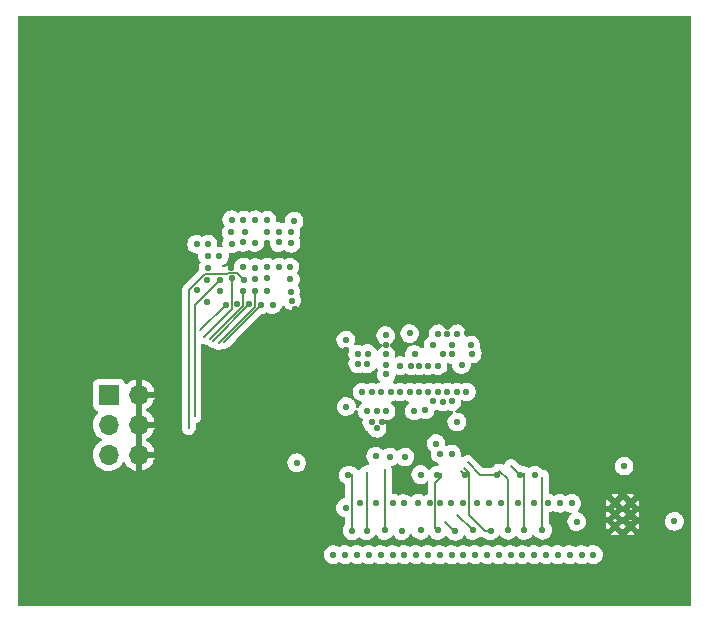
<source format=gbr>
%TF.GenerationSoftware,KiCad,Pcbnew,(5.99.0-3097-g8601b1e63)*%
%TF.CreationDate,2020-09-03T20:39:06+02:00*%
%TF.ProjectId,FD3,4644332e-6b69-4636-9164-5f7063625858,rev?*%
%TF.SameCoordinates,Original*%
%TF.FileFunction,Copper,L4,Inr*%
%TF.FilePolarity,Positive*%
%FSLAX46Y46*%
G04 Gerber Fmt 4.6, Leading zero omitted, Abs format (unit mm)*
G04 Created by KiCad (PCBNEW (5.99.0-3097-g8601b1e63)) date 2020-09-03 20:39:06*
%MOMM*%
%LPD*%
G01*
G04 APERTURE LIST*
%TA.AperFunction,ComponentPad*%
%ADD10R,1.700000X1.700000*%
%TD*%
%TA.AperFunction,ComponentPad*%
%ADD11O,1.700000X1.700000*%
%TD*%
%TA.AperFunction,ComponentPad*%
%ADD12C,0.500000*%
%TD*%
%TA.AperFunction,ViaPad*%
%ADD13C,0.560000*%
%TD*%
%TA.AperFunction,Conductor*%
%ADD14C,0.150000*%
%TD*%
%TA.AperFunction,Conductor*%
%ADD15C,0.160000*%
%TD*%
G04 APERTURE END LIST*
D10*
%TO.N,/fgpa-logic/m0*%
%TO.C,J33*%
X172712500Y-74100000D03*
D11*
%TO.N,GND*%
X175252500Y-74100000D03*
%TO.N,/fgpa-logic/m1*%
X172712500Y-76640000D03*
%TO.N,GND*%
X175252500Y-76640000D03*
%TO.N,/fgpa-logic/m2*%
X172712500Y-79180000D03*
%TO.N,GND*%
X175252500Y-79180000D03*
%TD*%
D12*
%TO.N,GND*%
%TO.C,U10*%
X215580102Y-83225000D03*
X216880102Y-85225000D03*
X216880102Y-84225000D03*
X215580102Y-84225000D03*
X216880102Y-83225000D03*
X215580102Y-85225000D03*
%TD*%
D13*
%TO.N,GND*%
X188480000Y-66790000D03*
X183080000Y-63330000D03*
X176040000Y-60290000D03*
X201380000Y-68930000D03*
X203070000Y-68840000D03*
X187500000Y-79800000D03*
X216721033Y-76275000D03*
X199725000Y-77325000D03*
X192770000Y-70290000D03*
X215596033Y-74575000D03*
X196160000Y-69880000D03*
X216196033Y-75350000D03*
X186100000Y-61200000D03*
X195800000Y-76410000D03*
X190000000Y-54000000D03*
X201300000Y-77300000D03*
X183590000Y-66410000D03*
X175070000Y-61330000D03*
%TO.N,VCCDDR_1.35V*%
X202180000Y-76400000D03*
X196210000Y-72350000D03*
X196180000Y-75460000D03*
X200580000Y-68930000D03*
X185110000Y-64310000D03*
X202180000Y-68930000D03*
X180140000Y-61340000D03*
X196160000Y-69070000D03*
X192820000Y-75090000D03*
X200425000Y-78225000D03*
X198590000Y-70670000D03*
X194980000Y-76420000D03*
X188040000Y-63300000D03*
X192780000Y-69450000D03*
X182110000Y-65290000D03*
X184200000Y-60300000D03*
%TO.N,+5V*%
X220600000Y-84800000D03*
%TO.N,VCCDDR_1.35V_VREF*%
X196800000Y-83275000D03*
X192730102Y-87625000D03*
X194730102Y-87625000D03*
X203730102Y-87625000D03*
X210900000Y-83275000D03*
X197670000Y-83290000D03*
X199900000Y-83275000D03*
X213730102Y-87625000D03*
X200730102Y-87625000D03*
X196730102Y-87625000D03*
X198730102Y-87625000D03*
X192750000Y-83650000D03*
X201730102Y-87625000D03*
X210730102Y-87625000D03*
X195730102Y-87625000D03*
X209900000Y-83275000D03*
X212730102Y-87625000D03*
X208730102Y-87625000D03*
X204875000Y-83275000D03*
X193975000Y-83275000D03*
X199730102Y-87625000D03*
X204730102Y-87625000D03*
X211730102Y-87625000D03*
X195350000Y-83275000D03*
X206730102Y-87625000D03*
X203875000Y-83275000D03*
X208675000Y-83275000D03*
X205730102Y-87625000D03*
X207730102Y-87625000D03*
X205875000Y-83275000D03*
X201675000Y-83275000D03*
X211900000Y-83275000D03*
X198900000Y-83275000D03*
X202730102Y-87625000D03*
X200775000Y-83275000D03*
X209730102Y-87625000D03*
X207350000Y-83275000D03*
X197730102Y-87625000D03*
X191730102Y-87625000D03*
X193730102Y-87625000D03*
X202725000Y-83275000D03*
%TO.N,Net-(R42-Pad1)*%
X212330102Y-84825000D03*
X216330102Y-80125000D03*
%TO.N,DDR_NWE*%
X183110000Y-61310000D03*
X198970000Y-73850000D03*
X193000000Y-80900000D03*
%TO.N,DDR_NRAS*%
X197370000Y-73850000D03*
X180990000Y-66270000D03*
X195300000Y-79300000D03*
%TO.N,DDR_A0*%
X199100000Y-85550000D03*
X200570000Y-73850000D03*
X187100000Y-60270000D03*
%TO.N,DDR_A1*%
X205575000Y-80875000D03*
X200980000Y-70670000D03*
X187090000Y-63280000D03*
%TO.N,DDR_A2*%
X188400000Y-59369999D03*
X201750000Y-79100000D03*
X201370000Y-73850000D03*
%TO.N,DDR_A3*%
X200180000Y-74660000D03*
X200750000Y-79100000D03*
X183110000Y-59280000D03*
%TO.N,DDR_A4*%
X201780000Y-69870000D03*
X206500000Y-85550000D03*
X187100000Y-61190000D03*
%TO.N,DDR_A5*%
X184100000Y-59290000D03*
X200970000Y-74670000D03*
X202050000Y-85650000D03*
%TO.N,DDR_A6*%
X207500000Y-80850000D03*
X201780000Y-70670000D03*
X188130000Y-61260000D03*
%TO.N,DDR_A7*%
X185100000Y-59280000D03*
X203525000Y-85575000D03*
X201780000Y-74660000D03*
%TO.N,DDR_A8*%
X209425000Y-85550000D03*
X203361851Y-69885802D03*
X182070000Y-62330000D03*
%TO.N,DDR_A9*%
X202170000Y-73850000D03*
X186090000Y-60300000D03*
X202825000Y-80875000D03*
%TO.N,DDR_A10*%
X199000000Y-71620000D03*
X186600000Y-66450000D03*
X196475000Y-79350000D03*
%TO.N,DDR_A11*%
X202570000Y-71530000D03*
X207900000Y-85575000D03*
X181070000Y-62330000D03*
%TO.N,DDR_A12*%
X188100000Y-65350000D03*
X199125000Y-80850000D03*
X200590000Y-71620000D03*
%TO.N,DDR_A13*%
X202970000Y-73850000D03*
X205025000Y-85600000D03*
X186110000Y-59310000D03*
%TO.N,DDR_A14*%
X188140000Y-60280000D03*
X203475000Y-70625000D03*
X203475000Y-70625000D03*
X208750000Y-80900000D03*
%TO.N,DDR_A15*%
X199760000Y-71620000D03*
X188200000Y-66110000D03*
X196075000Y-85575000D03*
%TO.N,DDR_ODT*%
X195425000Y-76925000D03*
X184130000Y-64340000D03*
X188625000Y-79850000D03*
%TO.N,DDR_CKE*%
X198180000Y-68900000D03*
X193300000Y-85600000D03*
%TO.N,DDR_NCS*%
X181110000Y-61330000D03*
X197775000Y-79350000D03*
X198580000Y-75460000D03*
%TO.N,DDR_NCAS*%
X181100000Y-63380000D03*
X194550000Y-85600000D03*
X198170000Y-73850000D03*
%TO.N,DDR_DQ5*%
X196180000Y-70680000D03*
X185070000Y-65330000D03*
%TO.N,DDR_DQ6*%
X182100000Y-64340000D03*
X195380000Y-75460000D03*
%TO.N,DDR_DQ0*%
X184070000Y-65290000D03*
X194170000Y-73850000D03*
%TO.N,DDR_DQ3*%
X194640000Y-70610000D03*
X186110000Y-65310000D03*
%TO.N,DDR_BA1*%
X185120000Y-63320000D03*
X200160000Y-69870000D03*
X197500000Y-85600000D03*
%TO.N,DDR_DQ4*%
X183100000Y-64200000D03*
X196570000Y-73850000D03*
%TO.N,DDR_BA2*%
X200525000Y-80900000D03*
X184100000Y-63270000D03*
X199770000Y-73850000D03*
%TO.N,DDR_DQ2*%
X194580000Y-75460000D03*
X182610000Y-66450000D03*
%TO.N,DDR_DQ1*%
X194610000Y-71460000D03*
X185600000Y-66460000D03*
%TO.N,DDR_DQ7*%
X196190000Y-71560000D03*
X184600000Y-66440000D03*
%TO.N,DDR_BA0*%
X188080000Y-64330000D03*
X199480000Y-75370000D03*
X200550000Y-85575000D03*
%TO.N,DDR_CK_P*%
X184100000Y-61190000D03*
X197370000Y-71630000D03*
%TO.N,DDR_CK_N*%
X198320000Y-71620000D03*
X185100000Y-61200000D03*
%TO.N,DDR_DQS_P*%
X181050000Y-64340000D03*
X194970000Y-73850000D03*
%TO.N,DDR_DQS_N*%
X195770000Y-73850000D03*
X180200000Y-65260000D03*
%TO.N,Net-(U11-PadU6)*%
X183060000Y-60350000D03*
%TO.N,DDR_TDQS_N*%
X193790000Y-71460000D03*
X186090000Y-64220000D03*
%TO.N,DDR_TDQS_P*%
X186110000Y-63300000D03*
X193780000Y-70660000D03*
%TD*%
D14*
%TO.N,DDR_A1*%
X203100000Y-79800000D02*
X204175000Y-80875000D01*
X204175000Y-80875000D02*
X205575000Y-80875000D01*
%TO.N,DDR_A4*%
X206500000Y-85550000D02*
X206500000Y-81259798D01*
X206500000Y-81259798D02*
X205750201Y-80509999D01*
D15*
%TO.N,DDR_A5*%
X202025000Y-85675000D02*
X201175000Y-84825000D01*
D14*
%TO.N,DDR_A6*%
X206775000Y-80125000D02*
X207500000Y-80850000D01*
D15*
%TO.N,DDR_A7*%
X203525000Y-85575000D02*
X202200000Y-84250000D01*
D14*
%TO.N,DDR_A8*%
X209425000Y-81056998D02*
X209425000Y-85550000D01*
D15*
%TO.N,DDR_A9*%
X202825000Y-80875000D02*
X202530001Y-80580001D01*
D14*
%TO.N,DDR_A11*%
X207900000Y-80739398D02*
X207900000Y-85575000D01*
%TO.N,DDR_A12*%
X199125000Y-80850000D02*
X199000000Y-80725000D01*
D15*
%TO.N,DDR_A13*%
X203175001Y-80706999D02*
X202790011Y-80322009D01*
X205025000Y-85600000D02*
X204525000Y-85600000D01*
X203175001Y-84250001D02*
X203175001Y-80706999D01*
X204525000Y-85600000D02*
X203175001Y-84250001D01*
D14*
%TO.N,DDR_A15*%
X196075000Y-85575000D02*
X196075000Y-80375000D01*
%TO.N,DDR_ODT*%
X179475000Y-65241598D02*
X180831599Y-63884999D01*
X182748999Y-63884999D02*
X182883999Y-63749999D01*
X183539999Y-63749999D02*
X184130000Y-64340000D01*
X179475000Y-76925000D02*
X179475000Y-65241598D01*
X180831599Y-63884999D02*
X182748999Y-63884999D01*
X182883999Y-63749999D02*
X183539999Y-63749999D01*
D15*
%TO.N,DDR_CKE*%
X193300000Y-85575000D02*
X193300000Y-85600000D01*
X193300000Y-80781998D02*
X193300000Y-85575000D01*
%TO.N,DDR_NCAS*%
X194550000Y-80650000D02*
X194550000Y-85600000D01*
D14*
%TO.N,DDR_DQ5*%
X185070000Y-65330000D02*
X185070000Y-66636002D01*
X185070000Y-66636002D02*
X182000000Y-69706002D01*
%TO.N,DDR_DQ6*%
X179970000Y-66470000D02*
X179970000Y-75930000D01*
X182100000Y-64340000D02*
X179970000Y-66470000D01*
%TO.N,DDR_DQ0*%
X184070000Y-66603402D02*
X181283402Y-69390000D01*
X184070000Y-65290000D02*
X184070000Y-66603402D01*
%TO.N,DDR_DQ4*%
X183100000Y-66840000D02*
X180730000Y-69210000D01*
X183100000Y-64200000D02*
X183100000Y-66840000D01*
%TO.N,DDR_DQ2*%
X182610000Y-66450000D02*
X180440000Y-68620000D01*
%TO.N,DDR_DQ1*%
X182470000Y-69590000D02*
X185600000Y-66460000D01*
%TO.N,DDR_DQ7*%
X184600000Y-66440000D02*
X181528412Y-69511588D01*
%TO.N,DDR_BA0*%
X200350000Y-81585602D02*
X200350000Y-85375000D01*
X200870001Y-80734399D02*
X200870001Y-81065601D01*
X200870001Y-81065601D02*
X200350000Y-81585602D01*
X200350000Y-85375000D02*
X200550000Y-85575000D01*
%TD*%
%TA.AperFunction,Conductor*%
%TO.N,GND*%
G36*
X222000000Y-92000000D02*
G01*
X165000000Y-92000000D01*
X165000000Y-87616661D01*
X190933728Y-87616661D01*
X190960821Y-87831126D01*
X190960822Y-87831128D01*
X191044592Y-88030409D01*
X191178867Y-88199822D01*
X191353755Y-88326885D01*
X191556369Y-88402237D01*
X191771783Y-88420326D01*
X191984127Y-88379819D01*
X192177755Y-88283701D01*
X192247003Y-88249326D01*
X192353756Y-88326886D01*
X192556367Y-88402237D01*
X192771783Y-88420326D01*
X192984127Y-88379819D01*
X193177755Y-88283701D01*
X193247003Y-88249326D01*
X193353756Y-88326886D01*
X193556367Y-88402237D01*
X193771783Y-88420326D01*
X193984127Y-88379819D01*
X194177755Y-88283701D01*
X194247003Y-88249326D01*
X194353756Y-88326886D01*
X194556367Y-88402237D01*
X194771783Y-88420326D01*
X194984127Y-88379819D01*
X195177755Y-88283701D01*
X195247003Y-88249326D01*
X195353756Y-88326886D01*
X195556367Y-88402237D01*
X195771783Y-88420326D01*
X195984127Y-88379819D01*
X196177755Y-88283701D01*
X196247003Y-88249326D01*
X196353756Y-88326886D01*
X196556367Y-88402237D01*
X196771783Y-88420326D01*
X196984127Y-88379819D01*
X197177755Y-88283701D01*
X197247003Y-88249326D01*
X197353756Y-88326886D01*
X197556367Y-88402237D01*
X197771783Y-88420326D01*
X197984127Y-88379819D01*
X198177755Y-88283701D01*
X198247003Y-88249326D01*
X198353756Y-88326886D01*
X198556367Y-88402237D01*
X198771783Y-88420326D01*
X198984127Y-88379819D01*
X199177755Y-88283701D01*
X199247003Y-88249326D01*
X199353756Y-88326886D01*
X199556367Y-88402237D01*
X199771783Y-88420326D01*
X199984127Y-88379819D01*
X200177755Y-88283701D01*
X200247003Y-88249326D01*
X200353756Y-88326886D01*
X200556367Y-88402237D01*
X200771783Y-88420326D01*
X200984127Y-88379819D01*
X201177755Y-88283701D01*
X201247003Y-88249326D01*
X201353756Y-88326886D01*
X201556367Y-88402237D01*
X201771783Y-88420326D01*
X201984127Y-88379819D01*
X202177755Y-88283701D01*
X202247003Y-88249326D01*
X202353756Y-88326886D01*
X202556367Y-88402237D01*
X202771783Y-88420326D01*
X202984127Y-88379819D01*
X203177755Y-88283701D01*
X203247003Y-88249326D01*
X203353756Y-88326886D01*
X203556367Y-88402237D01*
X203771783Y-88420326D01*
X203984127Y-88379819D01*
X204177755Y-88283701D01*
X204247003Y-88249326D01*
X204353756Y-88326886D01*
X204556367Y-88402237D01*
X204771783Y-88420326D01*
X204984127Y-88379819D01*
X205177755Y-88283701D01*
X205247003Y-88249326D01*
X205353756Y-88326886D01*
X205556367Y-88402237D01*
X205771783Y-88420326D01*
X205984127Y-88379819D01*
X206177755Y-88283701D01*
X206247003Y-88249326D01*
X206353756Y-88326886D01*
X206556367Y-88402237D01*
X206771783Y-88420326D01*
X206984127Y-88379819D01*
X207177755Y-88283701D01*
X207247003Y-88249326D01*
X207353756Y-88326886D01*
X207556367Y-88402237D01*
X207771783Y-88420326D01*
X207984127Y-88379819D01*
X208177755Y-88283701D01*
X208247003Y-88249326D01*
X208353756Y-88326886D01*
X208556367Y-88402237D01*
X208771783Y-88420326D01*
X208984127Y-88379819D01*
X209177755Y-88283701D01*
X209247003Y-88249326D01*
X209353756Y-88326886D01*
X209556367Y-88402237D01*
X209771783Y-88420326D01*
X209984127Y-88379819D01*
X210177755Y-88283701D01*
X210247003Y-88249326D01*
X210353756Y-88326886D01*
X210556367Y-88402237D01*
X210771783Y-88420326D01*
X210984127Y-88379819D01*
X211177755Y-88283701D01*
X211247003Y-88249326D01*
X211353756Y-88326886D01*
X211556367Y-88402237D01*
X211771783Y-88420326D01*
X211984127Y-88379819D01*
X212177755Y-88283701D01*
X212247003Y-88249326D01*
X212353756Y-88326886D01*
X212556367Y-88402237D01*
X212771783Y-88420326D01*
X212984127Y-88379819D01*
X213177755Y-88283701D01*
X213247003Y-88249326D01*
X213353756Y-88326886D01*
X213556367Y-88402237D01*
X213771783Y-88420326D01*
X213984125Y-88379820D01*
X213985507Y-88379134D01*
X214177755Y-88283701D01*
X214338402Y-88139053D01*
X214454233Y-87956533D01*
X214516714Y-87749587D01*
X214519150Y-87516914D01*
X214519150Y-87516913D01*
X214461018Y-87308706D01*
X214349034Y-87123799D01*
X214191451Y-86975818D01*
X213999879Y-86875667D01*
X213788430Y-86830722D01*
X213788426Y-86830722D01*
X213572684Y-86844294D01*
X213368536Y-86915387D01*
X213242892Y-87002711D01*
X213191452Y-86975819D01*
X213191451Y-86975818D01*
X212999879Y-86875667D01*
X212788430Y-86830722D01*
X212788426Y-86830722D01*
X212572684Y-86844294D01*
X212368536Y-86915387D01*
X212242892Y-87002711D01*
X212191452Y-86975819D01*
X212191451Y-86975818D01*
X211999879Y-86875667D01*
X211788430Y-86830722D01*
X211788426Y-86830722D01*
X211572684Y-86844294D01*
X211368536Y-86915387D01*
X211242892Y-87002711D01*
X211191452Y-86975819D01*
X211191451Y-86975818D01*
X210999879Y-86875667D01*
X210788430Y-86830722D01*
X210788426Y-86830722D01*
X210572684Y-86844294D01*
X210368536Y-86915387D01*
X210242892Y-87002711D01*
X210191452Y-86975819D01*
X210191451Y-86975818D01*
X209999879Y-86875667D01*
X209788430Y-86830722D01*
X209788426Y-86830722D01*
X209572684Y-86844294D01*
X209368536Y-86915387D01*
X209242892Y-87002711D01*
X209191452Y-86975819D01*
X209191451Y-86975818D01*
X208999879Y-86875667D01*
X208788430Y-86830722D01*
X208788426Y-86830722D01*
X208572684Y-86844294D01*
X208368536Y-86915387D01*
X208242892Y-87002711D01*
X208191452Y-86975819D01*
X208191451Y-86975818D01*
X207999879Y-86875667D01*
X207788430Y-86830722D01*
X207788426Y-86830722D01*
X207572684Y-86844294D01*
X207368536Y-86915387D01*
X207242892Y-87002711D01*
X207191452Y-86975819D01*
X207191451Y-86975818D01*
X206999879Y-86875667D01*
X206788430Y-86830722D01*
X206788426Y-86830722D01*
X206572684Y-86844294D01*
X206368536Y-86915387D01*
X206242892Y-87002711D01*
X206191452Y-86975819D01*
X206191451Y-86975818D01*
X205999879Y-86875667D01*
X205788430Y-86830722D01*
X205788426Y-86830722D01*
X205572684Y-86844294D01*
X205368536Y-86915387D01*
X205242892Y-87002711D01*
X205191452Y-86975819D01*
X205191451Y-86975818D01*
X204999879Y-86875667D01*
X204788430Y-86830722D01*
X204788426Y-86830722D01*
X204572684Y-86844294D01*
X204368536Y-86915387D01*
X204242892Y-87002711D01*
X204191452Y-86975819D01*
X204191451Y-86975818D01*
X203999879Y-86875667D01*
X203788430Y-86830722D01*
X203788426Y-86830722D01*
X203572684Y-86844294D01*
X203368536Y-86915387D01*
X203242892Y-87002711D01*
X203191452Y-86975819D01*
X203191451Y-86975818D01*
X202999879Y-86875667D01*
X202788430Y-86830722D01*
X202788426Y-86830722D01*
X202572684Y-86844294D01*
X202368536Y-86915387D01*
X202242892Y-87002711D01*
X202191452Y-86975819D01*
X202191451Y-86975818D01*
X201999879Y-86875667D01*
X201788430Y-86830722D01*
X201788426Y-86830722D01*
X201572684Y-86844294D01*
X201368536Y-86915387D01*
X201242892Y-87002711D01*
X201191452Y-86975819D01*
X201191451Y-86975818D01*
X200999879Y-86875667D01*
X200788430Y-86830722D01*
X200788426Y-86830722D01*
X200572684Y-86844294D01*
X200368536Y-86915387D01*
X200242892Y-87002711D01*
X200191452Y-86975819D01*
X200191451Y-86975818D01*
X199999879Y-86875667D01*
X199788430Y-86830722D01*
X199788426Y-86830722D01*
X199572684Y-86844294D01*
X199368536Y-86915387D01*
X199242892Y-87002711D01*
X199191452Y-86975819D01*
X199191451Y-86975818D01*
X198999879Y-86875667D01*
X198788430Y-86830722D01*
X198788426Y-86830722D01*
X198572684Y-86844294D01*
X198368536Y-86915387D01*
X198242892Y-87002711D01*
X198191452Y-86975819D01*
X198191451Y-86975818D01*
X197999879Y-86875667D01*
X197788430Y-86830722D01*
X197788426Y-86830722D01*
X197572684Y-86844294D01*
X197368536Y-86915387D01*
X197242892Y-87002711D01*
X197191452Y-86975819D01*
X197191451Y-86975818D01*
X196999879Y-86875667D01*
X196788430Y-86830722D01*
X196788426Y-86830722D01*
X196572684Y-86844294D01*
X196368536Y-86915387D01*
X196242892Y-87002711D01*
X196191452Y-86975819D01*
X196191451Y-86975818D01*
X195999879Y-86875667D01*
X195788430Y-86830722D01*
X195788426Y-86830722D01*
X195572684Y-86844294D01*
X195368536Y-86915387D01*
X195242892Y-87002711D01*
X195191452Y-86975819D01*
X195191451Y-86975818D01*
X194999879Y-86875667D01*
X194788430Y-86830722D01*
X194788426Y-86830722D01*
X194572684Y-86844294D01*
X194368536Y-86915387D01*
X194242892Y-87002711D01*
X194191452Y-86975819D01*
X194191451Y-86975818D01*
X193999879Y-86875667D01*
X193788430Y-86830722D01*
X193788426Y-86830722D01*
X193572684Y-86844294D01*
X193368536Y-86915387D01*
X193242892Y-87002711D01*
X193191452Y-86975819D01*
X193191451Y-86975818D01*
X192999879Y-86875667D01*
X192788430Y-86830722D01*
X192788426Y-86830722D01*
X192572684Y-86844294D01*
X192368536Y-86915387D01*
X192242892Y-87002711D01*
X192191452Y-86975819D01*
X192191451Y-86975818D01*
X191999879Y-86875667D01*
X191788430Y-86830722D01*
X191788426Y-86830722D01*
X191572684Y-86844294D01*
X191368538Y-86915386D01*
X191368537Y-86915387D01*
X191368536Y-86915387D01*
X191191026Y-87038760D01*
X191120676Y-87123799D01*
X191053231Y-87205326D01*
X190965308Y-87402808D01*
X190933728Y-87616661D01*
X165000000Y-87616661D01*
X165000000Y-83641661D01*
X191953626Y-83641661D01*
X191980719Y-83856126D01*
X191980720Y-83856128D01*
X192064490Y-84055409D01*
X192198765Y-84224822D01*
X192373653Y-84351885D01*
X192517345Y-84405324D01*
X192576267Y-84427237D01*
X192711001Y-84438551D01*
X192711001Y-85074107D01*
X192623131Y-85180322D01*
X192535206Y-85377807D01*
X192503626Y-85591661D01*
X192530719Y-85806126D01*
X192530720Y-85806128D01*
X192614490Y-86005409D01*
X192748765Y-86174822D01*
X192923653Y-86301885D01*
X193065990Y-86354820D01*
X193126267Y-86377237D01*
X193341681Y-86395326D01*
X193554023Y-86354820D01*
X193609588Y-86327237D01*
X193747653Y-86258701D01*
X193803184Y-86208700D01*
X193911347Y-86111310D01*
X193998765Y-86174822D01*
X194173653Y-86301885D01*
X194315990Y-86354820D01*
X194376267Y-86377237D01*
X194591681Y-86395326D01*
X194804023Y-86354820D01*
X194859588Y-86327237D01*
X194997653Y-86258701D01*
X195158300Y-86114053D01*
X195190032Y-86064052D01*
X195308202Y-85877848D01*
X195389489Y-85980407D01*
X195389490Y-85980409D01*
X195523765Y-86149822D01*
X195698653Y-86276885D01*
X195901267Y-86352237D01*
X196116681Y-86370326D01*
X196329023Y-86329820D01*
X196334226Y-86327237D01*
X196522653Y-86233701D01*
X196683300Y-86089053D01*
X196699167Y-86064051D01*
X196771114Y-85950682D01*
X196814490Y-86005409D01*
X196948765Y-86174822D01*
X197123653Y-86301885D01*
X197265990Y-86354820D01*
X197326267Y-86377237D01*
X197541681Y-86395326D01*
X197754023Y-86354820D01*
X197809588Y-86327237D01*
X197947653Y-86258701D01*
X198108300Y-86114053D01*
X198140032Y-86064052D01*
X198300362Y-85811415D01*
X198414490Y-85955409D01*
X198548765Y-86124822D01*
X198723653Y-86251885D01*
X198865990Y-86304820D01*
X198926267Y-86327237D01*
X199141681Y-86345326D01*
X199354023Y-86304820D01*
X199359935Y-86301885D01*
X199547653Y-86208701D01*
X199708300Y-86064053D01*
X199708301Y-86064052D01*
X199807232Y-85908166D01*
X199864489Y-85980406D01*
X199864490Y-85980409D01*
X199998765Y-86149822D01*
X200173653Y-86276885D01*
X200315990Y-86329820D01*
X200376267Y-86352237D01*
X200591681Y-86370326D01*
X200804023Y-86329820D01*
X200809226Y-86327237D01*
X200997653Y-86233701D01*
X201158300Y-86089053D01*
X201174167Y-86064051D01*
X201261842Y-85925899D01*
X201364490Y-86055409D01*
X201498765Y-86224822D01*
X201673653Y-86351885D01*
X201815990Y-86404820D01*
X201876267Y-86427237D01*
X202091681Y-86445326D01*
X202304023Y-86404820D01*
X202359588Y-86377237D01*
X202497653Y-86308701D01*
X202658300Y-86164053D01*
X202667332Y-86149822D01*
X202696565Y-86103757D01*
X202774131Y-85981533D01*
X202774132Y-85981531D01*
X202803589Y-85935113D01*
X202839490Y-85980409D01*
X202973765Y-86149822D01*
X203148653Y-86276885D01*
X203290990Y-86329820D01*
X203351267Y-86352237D01*
X203566681Y-86370326D01*
X203779023Y-86329820D01*
X203784226Y-86327237D01*
X203972653Y-86233701D01*
X204133300Y-86089053D01*
X204158444Y-86066414D01*
X204174480Y-86082450D01*
X204216294Y-86103756D01*
X204234756Y-86117168D01*
X204254267Y-86131344D01*
X204254268Y-86131344D01*
X204254269Y-86131345D01*
X204298904Y-86145847D01*
X204340720Y-86167154D01*
X204387081Y-86174498D01*
X204431711Y-86188998D01*
X204478638Y-86188998D01*
X204478651Y-86189000D01*
X204493279Y-86189000D01*
X204648653Y-86301885D01*
X204851267Y-86377237D01*
X205066681Y-86395326D01*
X205279023Y-86354820D01*
X205334588Y-86327237D01*
X205472653Y-86258701D01*
X205633300Y-86114053D01*
X205665033Y-86064051D01*
X205733979Y-85955409D01*
X205749131Y-85931533D01*
X205749131Y-85931532D01*
X205769778Y-85898998D01*
X205940229Y-86114052D01*
X205948765Y-86124822D01*
X206123653Y-86251885D01*
X206265990Y-86304820D01*
X206326267Y-86327237D01*
X206541681Y-86345326D01*
X206754023Y-86304820D01*
X206759935Y-86301885D01*
X206947653Y-86208701D01*
X207108300Y-86064053D01*
X207108301Y-86064052D01*
X207208954Y-85973423D01*
X207214489Y-85980406D01*
X207214490Y-85980409D01*
X207348765Y-86149822D01*
X207523653Y-86276885D01*
X207726267Y-86352237D01*
X207941681Y-86370326D01*
X208154023Y-86329820D01*
X208159226Y-86327237D01*
X208347653Y-86233701D01*
X208508300Y-86089053D01*
X208524167Y-86064051D01*
X208658202Y-85852848D01*
X208739489Y-85955407D01*
X208739490Y-85955409D01*
X208873765Y-86124822D01*
X209048653Y-86251885D01*
X209190990Y-86304820D01*
X209251267Y-86327237D01*
X209466681Y-86345326D01*
X209679023Y-86304820D01*
X209684935Y-86301885D01*
X209872653Y-86208701D01*
X210033300Y-86064053D01*
X210131206Y-85909778D01*
X215248876Y-85909778D01*
X215270306Y-85922452D01*
X215439063Y-85975014D01*
X215615386Y-85987344D01*
X215789816Y-85958780D01*
X215907537Y-85909778D01*
X216548876Y-85909778D01*
X216570306Y-85922452D01*
X216739063Y-85975014D01*
X216915386Y-85987344D01*
X217089816Y-85958780D01*
X217210214Y-85908664D01*
X216880102Y-85578552D01*
X216548876Y-85909778D01*
X215907537Y-85909778D01*
X215910214Y-85908664D01*
X215580102Y-85578552D01*
X215248876Y-85909778D01*
X210131206Y-85909778D01*
X210149131Y-85881533D01*
X210211612Y-85674587D01*
X210214048Y-85441914D01*
X210202296Y-85399822D01*
X210155916Y-85233706D01*
X210043934Y-85048802D01*
X210043932Y-85048799D01*
X210009000Y-85015996D01*
X210009000Y-84057484D01*
X210154025Y-84029819D01*
X210347653Y-83933701D01*
X210416901Y-83899326D01*
X210523654Y-83976886D01*
X210726265Y-84052237D01*
X210941681Y-84070326D01*
X211154025Y-84029819D01*
X211347653Y-83933701D01*
X211416901Y-83899326D01*
X211523653Y-83976885D01*
X211893790Y-84114540D01*
X211791026Y-84238760D01*
X211764069Y-84271346D01*
X211653232Y-84405324D01*
X211643476Y-84427237D01*
X211576439Y-84577808D01*
X211565308Y-84602808D01*
X211533728Y-84816661D01*
X211560821Y-85031126D01*
X211568250Y-85048799D01*
X211644592Y-85230409D01*
X211778867Y-85399822D01*
X211953755Y-85526885D01*
X212156369Y-85602237D01*
X212371783Y-85620326D01*
X212584125Y-85579820D01*
X212634489Y-85554819D01*
X212777755Y-85483701D01*
X212938402Y-85339053D01*
X213014585Y-85219007D01*
X214816966Y-85219007D01*
X214836054Y-85394724D01*
X214893789Y-85557761D01*
X215226550Y-85225000D01*
X215933654Y-85225000D01*
X216230102Y-85521448D01*
X216526550Y-85225000D01*
X217233654Y-85225000D01*
X217563158Y-85554504D01*
X217593286Y-85496628D01*
X217636646Y-85325273D01*
X217638128Y-85136622D01*
X217597466Y-84964612D01*
X217562957Y-84895698D01*
X217233654Y-85225000D01*
X216526550Y-85225000D01*
X216230102Y-84928552D01*
X215933654Y-85225000D01*
X215226550Y-85225000D01*
X214894749Y-84893200D01*
X214838813Y-85043609D01*
X214816966Y-85219007D01*
X213014585Y-85219007D01*
X213054233Y-85156533D01*
X213079211Y-85073802D01*
X213116714Y-84949588D01*
X213119065Y-84725000D01*
X215433654Y-84725000D01*
X215580102Y-84871448D01*
X215726550Y-84725000D01*
X216733654Y-84725000D01*
X216880102Y-84871448D01*
X216959889Y-84791661D01*
X219803626Y-84791661D01*
X219830719Y-85006126D01*
X219830720Y-85006128D01*
X219914490Y-85205409D01*
X220048765Y-85374822D01*
X220223653Y-85501885D01*
X220365990Y-85554820D01*
X220426267Y-85577237D01*
X220641681Y-85595326D01*
X220854023Y-85554820D01*
X220855405Y-85554134D01*
X221047653Y-85458701D01*
X221208300Y-85314053D01*
X221324131Y-85131533D01*
X221354446Y-85031126D01*
X221386612Y-84924588D01*
X221389048Y-84691913D01*
X221330916Y-84483706D01*
X221218932Y-84298799D01*
X221154997Y-84238760D01*
X221061349Y-84150818D01*
X220869777Y-84050667D01*
X220658328Y-84005722D01*
X220658324Y-84005722D01*
X220442582Y-84019294D01*
X220238436Y-84090386D01*
X220238435Y-84090387D01*
X220238434Y-84090387D01*
X220060924Y-84213760D01*
X219926922Y-84375741D01*
X219923129Y-84380326D01*
X219897206Y-84438551D01*
X219844132Y-84557760D01*
X219835206Y-84577808D01*
X219803626Y-84791661D01*
X216959889Y-84791661D01*
X217026550Y-84725000D01*
X216880102Y-84578552D01*
X216733654Y-84725000D01*
X215726550Y-84725000D01*
X215580102Y-84578552D01*
X215433654Y-84725000D01*
X213119065Y-84725000D01*
X213119150Y-84716913D01*
X213061018Y-84508706D01*
X212949034Y-84323799D01*
X212867802Y-84247517D01*
X212837443Y-84219007D01*
X214816966Y-84219007D01*
X214836054Y-84394724D01*
X214893789Y-84557760D01*
X215226550Y-84225000D01*
X215933654Y-84225000D01*
X216230102Y-84521448D01*
X216526550Y-84225000D01*
X217233654Y-84225000D01*
X217563158Y-84554503D01*
X217593286Y-84496628D01*
X217636646Y-84325273D01*
X217638128Y-84136622D01*
X217597466Y-83964612D01*
X217562957Y-83895698D01*
X217233654Y-84225000D01*
X216526550Y-84225000D01*
X216230102Y-83928552D01*
X215933654Y-84225000D01*
X215226550Y-84225000D01*
X214894749Y-83893200D01*
X214838813Y-84043609D01*
X214816966Y-84219007D01*
X212837443Y-84219007D01*
X212791451Y-84175818D01*
X212599879Y-84075667D01*
X212510150Y-84056594D01*
X212447677Y-84022866D01*
X212413356Y-83960717D01*
X212418084Y-83889878D01*
X212452038Y-83839712D01*
X212508300Y-83789053D01*
X212548949Y-83725000D01*
X215433654Y-83725000D01*
X215580102Y-83871448D01*
X215726550Y-83725000D01*
X216733654Y-83725000D01*
X216880102Y-83871448D01*
X217026550Y-83725000D01*
X216880102Y-83578552D01*
X216733654Y-83725000D01*
X215726550Y-83725000D01*
X215580102Y-83578552D01*
X215433654Y-83725000D01*
X212548949Y-83725000D01*
X212624131Y-83606533D01*
X212686612Y-83399588D01*
X212688502Y-83219007D01*
X214816966Y-83219007D01*
X214836054Y-83394724D01*
X214893789Y-83557760D01*
X215226550Y-83225000D01*
X215933654Y-83225000D01*
X216230102Y-83521448D01*
X216526550Y-83225000D01*
X217233654Y-83225000D01*
X217563158Y-83554503D01*
X217593286Y-83496628D01*
X217636646Y-83325273D01*
X217638128Y-83136622D01*
X217597466Y-82964613D01*
X217562956Y-82895698D01*
X217233654Y-83225000D01*
X216526550Y-83225000D01*
X216230102Y-82928552D01*
X215933654Y-83225000D01*
X215226550Y-83225000D01*
X214894750Y-82893200D01*
X214838813Y-83043609D01*
X214816966Y-83219007D01*
X212688502Y-83219007D01*
X212689048Y-83166913D01*
X212630916Y-82958706D01*
X212518932Y-82773799D01*
X212428376Y-82688761D01*
X212361349Y-82625818D01*
X212198885Y-82540884D01*
X215249538Y-82540884D01*
X215580102Y-82871448D01*
X215909783Y-82541767D01*
X215907753Y-82540884D01*
X216549538Y-82540884D01*
X216880102Y-82871448D01*
X217209783Y-82541767D01*
X217101318Y-82494606D01*
X216927357Y-82463304D01*
X216750861Y-82472864D01*
X216581298Y-82522768D01*
X216549538Y-82540884D01*
X215907753Y-82540884D01*
X215801318Y-82494606D01*
X215627357Y-82463304D01*
X215450861Y-82472864D01*
X215281298Y-82522768D01*
X215249538Y-82540884D01*
X212198885Y-82540884D01*
X212169777Y-82525667D01*
X211958328Y-82480722D01*
X211958324Y-82480722D01*
X211742582Y-82494294D01*
X211538434Y-82565387D01*
X211412790Y-82652711D01*
X211361350Y-82625819D01*
X211361349Y-82625818D01*
X211169777Y-82525667D01*
X210958328Y-82480722D01*
X210958324Y-82480722D01*
X210742582Y-82494294D01*
X210538434Y-82565387D01*
X210412790Y-82652711D01*
X210361350Y-82625819D01*
X210361349Y-82625818D01*
X210169777Y-82525667D01*
X210009000Y-82491493D01*
X210009000Y-81011040D01*
X209987340Y-80874283D01*
X209903355Y-80709453D01*
X209772545Y-80578643D01*
X209607714Y-80494658D01*
X209407811Y-80462996D01*
X209368932Y-80398799D01*
X209211349Y-80250818D01*
X209019777Y-80150667D01*
X208859792Y-80116661D01*
X215533728Y-80116661D01*
X215560821Y-80331126D01*
X215560928Y-80331381D01*
X215644592Y-80530409D01*
X215778867Y-80699822D01*
X215953755Y-80826885D01*
X216096092Y-80879820D01*
X216156369Y-80902237D01*
X216371783Y-80920326D01*
X216584125Y-80879820D01*
X216642724Y-80850731D01*
X216777755Y-80783701D01*
X216938402Y-80639053D01*
X217054233Y-80456533D01*
X217071664Y-80398798D01*
X217116714Y-80249588D01*
X217119150Y-80016913D01*
X217061018Y-79808706D01*
X216949034Y-79623799D01*
X216921739Y-79598167D01*
X216791451Y-79475818D01*
X216599879Y-79375667D01*
X216388430Y-79330722D01*
X216388426Y-79330722D01*
X216172684Y-79344294D01*
X215968538Y-79415386D01*
X215968537Y-79415387D01*
X215968536Y-79415387D01*
X215791026Y-79538760D01*
X215672914Y-79681533D01*
X215653231Y-79705326D01*
X215627321Y-79763523D01*
X215566410Y-79900333D01*
X215565308Y-79902808D01*
X215533728Y-80116661D01*
X208859792Y-80116661D01*
X208808328Y-80105722D01*
X208808324Y-80105722D01*
X208592582Y-80119294D01*
X208413859Y-80181533D01*
X208388434Y-80190387D01*
X208270180Y-80272577D01*
X208247545Y-80261044D01*
X208247544Y-80261043D01*
X208082714Y-80177058D01*
X207899996Y-80148118D01*
X207869717Y-80152913D01*
X207769779Y-80100668D01*
X207769777Y-80100667D01*
X207558328Y-80055722D01*
X207524413Y-80048513D01*
X207155456Y-79679555D01*
X207043435Y-79598167D01*
X206867496Y-79541001D01*
X206682504Y-79541001D01*
X206506565Y-79598167D01*
X206356903Y-79706903D01*
X206248167Y-79856565D01*
X206171050Y-80093902D01*
X206130655Y-80064553D01*
X206130654Y-80064552D01*
X206018636Y-79983166D01*
X205842697Y-79926000D01*
X205657705Y-79926000D01*
X205481766Y-79983166D01*
X205352289Y-80077237D01*
X205332104Y-80091902D01*
X205300825Y-80134954D01*
X205213434Y-80165387D01*
X205035924Y-80288760D01*
X205035923Y-80288762D01*
X205032702Y-80291000D01*
X204416900Y-80291000D01*
X203480453Y-79354553D01*
X203368435Y-79273167D01*
X203192496Y-79216001D01*
X203007504Y-79216001D01*
X202831565Y-79273167D01*
X202736515Y-79342225D01*
X202669647Y-79366084D01*
X202600496Y-79350003D01*
X202551015Y-79299089D01*
X202536461Y-79238970D01*
X202536861Y-79200819D01*
X202539048Y-78991914D01*
X202539048Y-78991913D01*
X202480916Y-78783706D01*
X202368932Y-78598799D01*
X202359973Y-78590386D01*
X202211349Y-78450818D01*
X202019777Y-78350667D01*
X201808328Y-78305722D01*
X201808324Y-78305722D01*
X201592582Y-78319294D01*
X201212310Y-78451720D01*
X201211349Y-78450818D01*
X201210556Y-78450404D01*
X201214048Y-78116913D01*
X201155916Y-77908706D01*
X201043932Y-77723799D01*
X200967521Y-77652044D01*
X200886349Y-77575818D01*
X200694777Y-77475667D01*
X200483328Y-77430722D01*
X200483324Y-77430722D01*
X200267582Y-77444294D01*
X200063436Y-77515386D01*
X200063435Y-77515387D01*
X200063434Y-77515387D01*
X199885924Y-77638760D01*
X199748131Y-77805323D01*
X199748129Y-77805326D01*
X199660206Y-78002808D01*
X199628626Y-78216661D01*
X199655719Y-78431126D01*
X199655720Y-78431128D01*
X199739490Y-78630409D01*
X199873765Y-78799822D01*
X199984808Y-78880499D01*
X199976394Y-78937479D01*
X199953626Y-79091661D01*
X199980719Y-79306126D01*
X199996764Y-79344295D01*
X200064490Y-79505409D01*
X200198765Y-79674822D01*
X200373653Y-79801885D01*
X200410408Y-79815554D01*
X200547164Y-79866414D01*
X200604040Y-79908907D01*
X200628913Y-79975403D01*
X200613888Y-80044792D01*
X200563733Y-80095041D01*
X200511154Y-80110262D01*
X200367582Y-80119294D01*
X200163436Y-80190386D01*
X200163435Y-80190387D01*
X200163434Y-80190387D01*
X199992386Y-80309269D01*
X199985923Y-80313761D01*
X199833960Y-80497452D01*
X199743932Y-80348799D01*
X199586349Y-80200818D01*
X199394777Y-80100667D01*
X199183328Y-80055722D01*
X199183324Y-80055722D01*
X198967582Y-80069294D01*
X198763436Y-80140386D01*
X198763435Y-80140387D01*
X198763434Y-80140387D01*
X198585924Y-80263760D01*
X198452682Y-80424822D01*
X198448129Y-80430326D01*
X198410179Y-80515564D01*
X198370441Y-80604820D01*
X198360206Y-80627808D01*
X198328626Y-80841661D01*
X198355719Y-81056126D01*
X198355720Y-81056128D01*
X198439490Y-81255409D01*
X198573765Y-81424822D01*
X198748653Y-81551885D01*
X198913596Y-81613227D01*
X198951267Y-81627237D01*
X199166681Y-81645326D01*
X199379025Y-81604819D01*
X199572653Y-81508701D01*
X199572654Y-81508700D01*
X199766000Y-81412723D01*
X199766000Y-82486139D01*
X199538433Y-82565387D01*
X199412790Y-82652711D01*
X199361350Y-82625819D01*
X199361349Y-82625818D01*
X199169777Y-82525667D01*
X198958328Y-82480722D01*
X198958324Y-82480722D01*
X198742582Y-82494294D01*
X198538436Y-82565386D01*
X198538435Y-82565387D01*
X198538434Y-82565387D01*
X198360924Y-82688760D01*
X198360923Y-82688761D01*
X198282870Y-82783106D01*
X198131349Y-82640818D01*
X197939777Y-82540667D01*
X197728328Y-82495722D01*
X197728324Y-82495722D01*
X197512582Y-82509294D01*
X197308436Y-82580386D01*
X197308435Y-82580387D01*
X197308434Y-82580387D01*
X197250915Y-82620364D01*
X197069777Y-82525667D01*
X196858328Y-82480722D01*
X196858325Y-82480722D01*
X196659000Y-82493262D01*
X196659000Y-80329042D01*
X196637340Y-80192285D01*
X196637339Y-80192283D01*
X196631179Y-80153390D01*
X196729023Y-80104819D01*
X196729025Y-80104819D01*
X196922653Y-80008701D01*
X197083300Y-79864053D01*
X197083301Y-79864052D01*
X197137162Y-79815555D01*
X197223765Y-79924822D01*
X197398653Y-80051885D01*
X197555623Y-80110262D01*
X197601267Y-80127237D01*
X197816681Y-80145326D01*
X198029023Y-80104820D01*
X198048148Y-80095326D01*
X198222653Y-80008701D01*
X198383300Y-79864053D01*
X198499131Y-79681533D01*
X198539550Y-79547659D01*
X198561612Y-79474588D01*
X198564048Y-79241913D01*
X198505916Y-79033706D01*
X198393932Y-78848799D01*
X198236349Y-78700818D01*
X198044777Y-78600667D01*
X197833328Y-78555722D01*
X197833324Y-78555722D01*
X197617582Y-78569294D01*
X197413436Y-78640386D01*
X197413435Y-78640387D01*
X197413434Y-78640387D01*
X197235924Y-78763760D01*
X197206092Y-78799821D01*
X197134251Y-78886661D01*
X197093932Y-78848799D01*
X196936349Y-78700818D01*
X196744777Y-78600667D01*
X196533328Y-78555722D01*
X196533324Y-78555722D01*
X196317582Y-78569294D01*
X196113434Y-78640387D01*
X195904715Y-78785449D01*
X195761349Y-78650818D01*
X195569777Y-78550667D01*
X195358328Y-78505722D01*
X195358324Y-78505722D01*
X195142582Y-78519294D01*
X194938436Y-78590386D01*
X194938435Y-78590387D01*
X194938434Y-78590387D01*
X194760924Y-78713760D01*
X194623131Y-78880323D01*
X194623129Y-78880326D01*
X194597682Y-78937482D01*
X194538997Y-79069294D01*
X194535206Y-79077808D01*
X194503626Y-79291661D01*
X194530719Y-79506126D01*
X194530720Y-79506128D01*
X194614490Y-79705409D01*
X194738654Y-79862065D01*
X194765291Y-79927873D01*
X194752120Y-79997638D01*
X194703323Y-80049206D01*
X194620197Y-80064777D01*
X194550000Y-80053659D01*
X194365720Y-80082846D01*
X194199480Y-80167550D01*
X194067550Y-80299481D01*
X194013004Y-80406534D01*
X194003639Y-80424913D01*
X193954890Y-80476528D01*
X193885976Y-80493594D01*
X193818774Y-80470693D01*
X193796808Y-80445344D01*
X193796562Y-80445590D01*
X193650519Y-80299548D01*
X193484279Y-80214844D01*
X193352660Y-80193997D01*
X193297935Y-80165388D01*
X193269777Y-80150667D01*
X193058328Y-80105722D01*
X193058325Y-80105722D01*
X192842582Y-80119294D01*
X192638436Y-80190386D01*
X192638435Y-80190387D01*
X192638434Y-80190387D01*
X192460924Y-80313760D01*
X192323131Y-80480323D01*
X192323129Y-80480326D01*
X192279356Y-80578643D01*
X192235206Y-80677807D01*
X192231955Y-80699822D01*
X192203626Y-80891661D01*
X192230719Y-81106126D01*
X192233005Y-81111564D01*
X192314490Y-81305409D01*
X192358886Y-81361423D01*
X192448765Y-81474822D01*
X192623654Y-81601886D01*
X192693780Y-81627965D01*
X192711000Y-81634369D01*
X192711000Y-82861845D01*
X192592582Y-82869295D01*
X192592579Y-82869296D01*
X192592578Y-82869296D01*
X192388436Y-82940386D01*
X192388435Y-82940387D01*
X192388434Y-82940387D01*
X192210924Y-83063760D01*
X192077535Y-83225000D01*
X192073129Y-83230326D01*
X192030857Y-83325273D01*
X191997771Y-83399587D01*
X191985206Y-83427808D01*
X191953626Y-83641661D01*
X165000000Y-83641661D01*
X165000000Y-73250000D01*
X171346663Y-73250000D01*
X171346663Y-74950000D01*
X171370866Y-75040326D01*
X171415772Y-75207919D01*
X171530926Y-75345155D01*
X171686072Y-75434728D01*
X171693282Y-75435999D01*
X171711410Y-75439196D01*
X171775021Y-75470722D01*
X171811491Y-75531635D01*
X171809239Y-75602596D01*
X171779862Y-75651122D01*
X171658580Y-75775839D01*
X171528045Y-75965768D01*
X171431378Y-76174975D01*
X171371342Y-76397479D01*
X171349729Y-76626126D01*
X171349654Y-76626920D01*
X171366932Y-76856728D01*
X171422686Y-77080345D01*
X171515320Y-77291369D01*
X171642183Y-77483768D01*
X171799653Y-77652044D01*
X171927225Y-77748876D01*
X171983221Y-77791379D01*
X172174991Y-77891208D01*
X171907119Y-78086544D01*
X171819249Y-78150620D01*
X171658580Y-78315839D01*
X171528045Y-78505768D01*
X171431378Y-78714975D01*
X171371342Y-78937479D01*
X171352162Y-79140386D01*
X171349654Y-79166920D01*
X171366932Y-79396728D01*
X171422686Y-79620345D01*
X171515320Y-79831369D01*
X171642183Y-80023768D01*
X171799653Y-80192044D01*
X171983223Y-80331381D01*
X172187641Y-80437794D01*
X172407070Y-80508245D01*
X172635232Y-80540717D01*
X172635233Y-80540717D01*
X172865604Y-80534282D01*
X173091597Y-80489124D01*
X173091598Y-80489124D01*
X173091601Y-80489123D01*
X173306750Y-80406535D01*
X173433749Y-80331128D01*
X173504913Y-80288874D01*
X173679385Y-80140387D01*
X173680417Y-80139509D01*
X173709422Y-80104820D01*
X173828247Y-79962706D01*
X173848521Y-79927873D01*
X173917877Y-79808706D01*
X173944173Y-79763525D01*
X173944174Y-79763523D01*
X173975310Y-79710025D01*
X174182183Y-80023768D01*
X174339653Y-80192044D01*
X174523223Y-80331381D01*
X174727641Y-80437794D01*
X174947071Y-80508245D01*
X174998500Y-80515564D01*
X174998500Y-79434000D01*
X175506500Y-79434000D01*
X175506500Y-80514122D01*
X175631596Y-80489125D01*
X175846750Y-80406535D01*
X176044912Y-80288874D01*
X176220417Y-80139509D01*
X176368248Y-79962705D01*
X176438696Y-79841661D01*
X187828626Y-79841661D01*
X187855719Y-80056126D01*
X187859261Y-80064552D01*
X187939490Y-80255409D01*
X188073765Y-80424822D01*
X188248653Y-80551885D01*
X188390990Y-80604820D01*
X188451267Y-80627237D01*
X188666681Y-80645326D01*
X188879023Y-80604820D01*
X188931756Y-80578643D01*
X189072653Y-80508701D01*
X189233300Y-80364053D01*
X189349131Y-80181533D01*
X189353353Y-80167550D01*
X189411612Y-79974588D01*
X189414048Y-79741913D01*
X189355916Y-79533706D01*
X189243932Y-79348799D01*
X189190996Y-79299089D01*
X189086349Y-79200818D01*
X188894777Y-79100667D01*
X188683328Y-79055722D01*
X188683324Y-79055722D01*
X188467582Y-79069294D01*
X188263436Y-79140386D01*
X188263435Y-79140387D01*
X188263434Y-79140387D01*
X188085924Y-79263760D01*
X187948131Y-79430323D01*
X187948129Y-79430326D01*
X187903055Y-79531565D01*
X187861991Y-79623799D01*
X187860206Y-79627808D01*
X187828626Y-79841661D01*
X176438696Y-79841661D01*
X176484174Y-79763523D01*
X176564883Y-79547660D01*
X176586565Y-79434000D01*
X175506500Y-79434000D01*
X174998500Y-79434000D01*
X174998500Y-76894000D01*
X175506500Y-76894000D01*
X175506500Y-78926000D01*
X176586808Y-78926000D01*
X176571698Y-78837600D01*
X176495149Y-78620226D01*
X176383069Y-78418860D01*
X176238658Y-78239247D01*
X176066058Y-78086544D01*
X175777516Y-77907642D01*
X176044910Y-77748876D01*
X176220417Y-77599509D01*
X176368248Y-77422705D01*
X176484174Y-77223523D01*
X176564883Y-77007660D01*
X176571884Y-76970955D01*
X178891000Y-76970955D01*
X178912660Y-77107714D01*
X178996645Y-77272545D01*
X179127455Y-77403355D01*
X179292285Y-77487340D01*
X179475000Y-77516279D01*
X179657714Y-77487340D01*
X179822545Y-77403355D01*
X179953355Y-77272545D01*
X180037340Y-77107715D01*
X180059000Y-76970956D01*
X180059000Y-76507183D01*
X180152715Y-76492340D01*
X180317545Y-76408355D01*
X180317547Y-76408354D01*
X180448354Y-76277547D01*
X180532340Y-76112715D01*
X180533127Y-76107745D01*
X180554000Y-75975958D01*
X180554000Y-69793999D01*
X180845901Y-69793999D01*
X180865305Y-69808097D01*
X180976361Y-69888784D01*
X181014967Y-69916833D01*
X181155453Y-69962480D01*
X181259977Y-70038421D01*
X181435916Y-70095587D01*
X181542660Y-70095587D01*
X181581903Y-70124099D01*
X181731565Y-70232835D01*
X181907504Y-70290001D01*
X182092496Y-70290001D01*
X182268435Y-70232835D01*
X182349416Y-70173999D01*
X182562496Y-70173999D01*
X182738435Y-70116833D01*
X182850453Y-70035447D01*
X182850456Y-70035445D01*
X183444239Y-69441661D01*
X191983626Y-69441661D01*
X192010719Y-69656126D01*
X192010720Y-69656128D01*
X192094490Y-69855409D01*
X192228765Y-70024822D01*
X192403653Y-70151885D01*
X192606267Y-70227237D01*
X192821680Y-70245326D01*
X192821681Y-70245326D01*
X192890074Y-70232279D01*
X192960735Y-70239162D01*
X193016458Y-70283155D01*
X193039551Y-70350291D01*
X193028790Y-70407294D01*
X193015206Y-70437805D01*
X192983626Y-70651661D01*
X193010719Y-70866126D01*
X193010720Y-70866128D01*
X193094490Y-71065409D01*
X193094492Y-71065411D01*
X193098119Y-71074040D01*
X193068608Y-71140323D01*
X193025205Y-71237809D01*
X192993626Y-71451661D01*
X193020719Y-71666126D01*
X193020720Y-71666128D01*
X193104490Y-71865409D01*
X193238765Y-72034822D01*
X193413653Y-72161885D01*
X193555990Y-72214820D01*
X193616267Y-72237237D01*
X193831681Y-72255326D01*
X194044025Y-72214819D01*
X194186205Y-72144239D01*
X194436265Y-72237237D01*
X194651681Y-72255326D01*
X194864023Y-72214820D01*
X194916641Y-72188700D01*
X195057653Y-72118701D01*
X195218300Y-71974053D01*
X195242824Y-71935410D01*
X195263500Y-71902830D01*
X195316890Y-71856032D01*
X195387105Y-71845527D01*
X195451853Y-71874651D01*
X195486038Y-71921515D01*
X195492815Y-71937636D01*
X195504490Y-71965409D01*
X195504492Y-71965412D01*
X195510814Y-71980449D01*
X195462166Y-72089714D01*
X195445205Y-72127809D01*
X195413626Y-72341661D01*
X195440719Y-72556126D01*
X195440720Y-72556128D01*
X195524490Y-72755409D01*
X195562426Y-72803272D01*
X195738514Y-73025441D01*
X195612583Y-73069295D01*
X195612582Y-73069295D01*
X195522494Y-73100667D01*
X195352808Y-73159758D01*
X195351831Y-73159247D01*
X195315754Y-73140387D01*
X195239777Y-73100667D01*
X195028328Y-73055722D01*
X195028325Y-73055722D01*
X194812582Y-73069294D01*
X194552808Y-73159758D01*
X194551831Y-73159247D01*
X194515754Y-73140387D01*
X194439777Y-73100667D01*
X194228328Y-73055722D01*
X194228325Y-73055722D01*
X194012582Y-73069294D01*
X193808436Y-73140386D01*
X193808435Y-73140387D01*
X193808434Y-73140387D01*
X193630924Y-73263760D01*
X193560574Y-73348799D01*
X193493129Y-73430326D01*
X193405206Y-73627808D01*
X193373626Y-73841661D01*
X193400719Y-74056126D01*
X193400720Y-74056128D01*
X193484490Y-74255409D01*
X193584708Y-74381853D01*
X193599726Y-74418955D01*
X193625837Y-74429960D01*
X193793653Y-74551885D01*
X193935990Y-74604820D01*
X193996267Y-74627237D01*
X194003824Y-74627872D01*
X194070032Y-74653505D01*
X194111872Y-74710863D01*
X194116059Y-74781736D01*
X194065190Y-74856894D01*
X194040924Y-74873760D01*
X193903131Y-75040323D01*
X193903130Y-75040325D01*
X193848809Y-75162333D01*
X193802829Y-75216429D01*
X193734902Y-75237078D01*
X193666594Y-75217726D01*
X193619592Y-75164515D01*
X193607709Y-75109764D01*
X193607815Y-75099714D01*
X193609048Y-74981914D01*
X193609048Y-74981913D01*
X193550916Y-74773706D01*
X193444000Y-74597167D01*
X193436088Y-74567298D01*
X193399709Y-74551965D01*
X193281350Y-74440819D01*
X193281349Y-74440818D01*
X193089777Y-74340667D01*
X192878328Y-74295722D01*
X192878324Y-74295722D01*
X192662582Y-74309294D01*
X192458436Y-74380386D01*
X192458435Y-74380387D01*
X192458434Y-74380387D01*
X192280924Y-74503760D01*
X192143131Y-74670323D01*
X192143129Y-74670326D01*
X192107484Y-74750387D01*
X192060065Y-74856895D01*
X192055206Y-74867808D01*
X192023626Y-75081661D01*
X192050719Y-75296126D01*
X192050720Y-75296128D01*
X192134490Y-75495409D01*
X192268765Y-75664822D01*
X192443653Y-75791885D01*
X192646267Y-75867237D01*
X192861681Y-75885326D01*
X193074023Y-75844820D01*
X193075405Y-75844134D01*
X193267653Y-75748701D01*
X193428300Y-75604053D01*
X193497248Y-75495409D01*
X193553165Y-75407299D01*
X193606554Y-75360500D01*
X193676769Y-75349995D01*
X193741517Y-75379119D01*
X193784556Y-75459021D01*
X193810719Y-75666126D01*
X193824642Y-75699247D01*
X193894490Y-75865409D01*
X194028765Y-76034822D01*
X194203653Y-76161885D01*
X194203654Y-76161886D01*
X194218878Y-76172946D01*
X194215207Y-76197805D01*
X194215206Y-76197807D01*
X194205896Y-76260856D01*
X194183626Y-76411661D01*
X194210719Y-76626126D01*
X194210720Y-76626128D01*
X194294490Y-76825409D01*
X194428765Y-76994822D01*
X194603653Y-77121885D01*
X194660762Y-77143124D01*
X194694559Y-77223523D01*
X194739490Y-77330409D01*
X194873765Y-77499822D01*
X195048653Y-77626885D01*
X195251267Y-77702237D01*
X195466681Y-77720326D01*
X195679023Y-77679820D01*
X195734979Y-77652043D01*
X195872653Y-77583701D01*
X196033300Y-77439053D01*
X196149131Y-77256533D01*
X196173072Y-77177237D01*
X196211612Y-77049588D01*
X196214048Y-76816913D01*
X196155916Y-76608706D01*
X196055013Y-76442095D01*
X196036834Y-76373466D01*
X196058644Y-76305902D01*
X196113520Y-76260856D01*
X196173332Y-76251266D01*
X196221681Y-76255326D01*
X196434023Y-76214820D01*
X196435405Y-76214134D01*
X196627653Y-76118701D01*
X196788300Y-75974053D01*
X196904131Y-75791533D01*
X196938291Y-75678391D01*
X196966612Y-75584588D01*
X196969048Y-75351913D01*
X196910916Y-75143706D01*
X196798933Y-74958799D01*
X196722856Y-74887358D01*
X196670128Y-74837844D01*
X196634164Y-74776632D01*
X196637001Y-74705693D01*
X196677742Y-74647548D01*
X196732772Y-74622227D01*
X196824023Y-74604820D01*
X196957640Y-74538493D01*
X197135987Y-74604819D01*
X197196267Y-74627237D01*
X197411681Y-74645326D01*
X197624025Y-74604819D01*
X197699611Y-74567298D01*
X197757640Y-74538493D01*
X197996269Y-74627238D01*
X198003824Y-74627872D01*
X198070032Y-74653505D01*
X198111872Y-74710863D01*
X198116059Y-74781736D01*
X198065190Y-74856894D01*
X198040924Y-74873760D01*
X197943494Y-74991533D01*
X197903129Y-75040326D01*
X197872214Y-75109764D01*
X197847838Y-75164515D01*
X197815206Y-75237808D01*
X197783626Y-75451661D01*
X197810719Y-75666126D01*
X197824642Y-75699247D01*
X197894490Y-75865409D01*
X198028765Y-76034822D01*
X198203653Y-76161885D01*
X198345990Y-76214820D01*
X198406267Y-76237237D01*
X198621681Y-76255326D01*
X198834023Y-76214820D01*
X198928802Y-76167771D01*
X199027653Y-76118701D01*
X199086664Y-76065566D01*
X199103650Y-76071883D01*
X199103653Y-76071885D01*
X199295702Y-76143308D01*
X199306267Y-76147237D01*
X199521681Y-76165326D01*
X199734023Y-76124820D01*
X199735405Y-76124134D01*
X199927653Y-76028701D01*
X200088300Y-75884053D01*
X200204131Y-75701533D01*
X200266612Y-75494587D01*
X200266612Y-75494584D01*
X200281935Y-75443832D01*
X200434023Y-75414820D01*
X200470469Y-75396728D01*
X200551841Y-75356334D01*
X200593650Y-75371883D01*
X200593653Y-75371885D01*
X200796267Y-75447237D01*
X201011681Y-75465326D01*
X201224025Y-75424819D01*
X201373440Y-75350648D01*
X201403652Y-75361884D01*
X201403653Y-75361885D01*
X201449994Y-75379119D01*
X201606266Y-75437237D01*
X201772221Y-75451173D01*
X201838430Y-75476805D01*
X201880270Y-75534163D01*
X201884458Y-75605036D01*
X201849664Y-75666922D01*
X201831116Y-75678391D01*
X201832607Y-75680537D01*
X201818436Y-75690386D01*
X201818434Y-75690387D01*
X201640924Y-75813760D01*
X201503131Y-75980323D01*
X201503129Y-75980326D01*
X201458651Y-76080228D01*
X201416469Y-76174972D01*
X201415206Y-76177808D01*
X201383626Y-76391661D01*
X201410719Y-76606126D01*
X201410720Y-76606128D01*
X201494490Y-76805409D01*
X201628765Y-76974822D01*
X201803653Y-77101885D01*
X202006267Y-77177237D01*
X202221681Y-77195326D01*
X202434023Y-77154820D01*
X202457586Y-77143123D01*
X202627653Y-77058701D01*
X202788300Y-76914053D01*
X202904131Y-76731533D01*
X202935955Y-76626128D01*
X202966612Y-76524588D01*
X202969048Y-76291913D01*
X202910916Y-76083706D01*
X202798932Y-75898799D01*
X202741449Y-75844819D01*
X202641349Y-75750818D01*
X202449777Y-75650667D01*
X202238328Y-75605722D01*
X202238324Y-75605722D01*
X202187643Y-75608910D01*
X202118400Y-75593225D01*
X202068631Y-75542594D01*
X202054135Y-75473093D01*
X202079515Y-75406788D01*
X202123705Y-75370301D01*
X202227653Y-75318701D01*
X202388300Y-75174053D01*
X202504131Y-74991533D01*
X202544781Y-74856895D01*
X202566612Y-74784588D01*
X202569145Y-74542769D01*
X202593649Y-74551882D01*
X202593653Y-74551885D01*
X202796267Y-74627237D01*
X203011681Y-74645326D01*
X203224023Y-74604820D01*
X203299610Y-74567298D01*
X203417653Y-74508701D01*
X203578300Y-74364053D01*
X203694131Y-74181533D01*
X203756612Y-73974587D01*
X203759048Y-73741914D01*
X203759048Y-73741913D01*
X203700916Y-73533706D01*
X203588932Y-73348799D01*
X203578348Y-73338860D01*
X203431349Y-73200818D01*
X203239777Y-73100667D01*
X203028328Y-73055722D01*
X203028324Y-73055722D01*
X202812582Y-73069294D01*
X202552808Y-73159758D01*
X202551831Y-73159247D01*
X202515754Y-73140387D01*
X202439777Y-73100667D01*
X202228328Y-73055722D01*
X202228325Y-73055722D01*
X202012582Y-73069294D01*
X201752808Y-73159758D01*
X201751831Y-73159247D01*
X201715754Y-73140387D01*
X201639777Y-73100667D01*
X201428328Y-73055722D01*
X201428325Y-73055722D01*
X201212582Y-73069294D01*
X200952808Y-73159758D01*
X200951831Y-73159247D01*
X200915754Y-73140387D01*
X200839777Y-73100667D01*
X200628328Y-73055722D01*
X200628325Y-73055722D01*
X200412582Y-73069294D01*
X200152808Y-73159758D01*
X200151831Y-73159247D01*
X200115754Y-73140387D01*
X200039777Y-73100667D01*
X199828328Y-73055722D01*
X199828325Y-73055722D01*
X199612582Y-73069294D01*
X199352808Y-73159758D01*
X199351831Y-73159247D01*
X199315754Y-73140387D01*
X199239777Y-73100667D01*
X199028328Y-73055722D01*
X199028325Y-73055722D01*
X198812582Y-73069294D01*
X198552808Y-73159758D01*
X198551831Y-73159247D01*
X198515754Y-73140387D01*
X198439777Y-73100667D01*
X198228328Y-73055722D01*
X198228325Y-73055722D01*
X198012582Y-73069294D01*
X197752808Y-73159758D01*
X197751831Y-73159247D01*
X197715754Y-73140387D01*
X197639777Y-73100667D01*
X197428328Y-73055722D01*
X197428325Y-73055722D01*
X197212582Y-73069294D01*
X196952808Y-73159758D01*
X196824482Y-73092671D01*
X196826178Y-73089427D01*
X196789212Y-73069468D01*
X196754892Y-73007317D01*
X196759622Y-72936478D01*
X196793575Y-72886316D01*
X196818300Y-72864053D01*
X196934131Y-72681533D01*
X197035048Y-72347280D01*
X197196265Y-72407237D01*
X197411681Y-72425326D01*
X197624025Y-72384819D01*
X197817653Y-72288701D01*
X197817654Y-72288701D01*
X197865374Y-72265012D01*
X197943653Y-72321885D01*
X198146267Y-72397237D01*
X198361681Y-72415326D01*
X198574025Y-72374819D01*
X198629501Y-72347280D01*
X198656244Y-72334005D01*
X198826267Y-72397237D01*
X199041681Y-72415326D01*
X199254025Y-72374819D01*
X199309502Y-72347280D01*
X199370508Y-72316997D01*
X199586265Y-72397237D01*
X199801681Y-72415326D01*
X200014023Y-72374820D01*
X200022303Y-72370710D01*
X200160489Y-72302113D01*
X200213652Y-72321885D01*
X200213653Y-72321885D01*
X200266826Y-72341660D01*
X200416266Y-72397237D01*
X200631681Y-72415326D01*
X200844023Y-72374820D01*
X200845405Y-72374134D01*
X201037653Y-72278701D01*
X201198300Y-72134053D01*
X201314131Y-71951533D01*
X201362438Y-71791533D01*
X201376612Y-71744588D01*
X201380604Y-71363312D01*
X201403650Y-71371883D01*
X201403653Y-71371885D01*
X201606267Y-71447237D01*
X201765918Y-71460644D01*
X201800719Y-71736126D01*
X201800720Y-71736128D01*
X201884490Y-71935409D01*
X202018765Y-72104822D01*
X202193653Y-72231885D01*
X202335990Y-72284820D01*
X202396267Y-72307237D01*
X202611681Y-72325326D01*
X202824023Y-72284820D01*
X202825405Y-72284134D01*
X203017653Y-72188701D01*
X203178300Y-72044053D01*
X203294131Y-71861533D01*
X203356612Y-71654587D01*
X203358106Y-71511914D01*
X203359204Y-71407102D01*
X203516681Y-71420326D01*
X203516682Y-71420326D01*
X203729023Y-71379820D01*
X203762278Y-71363312D01*
X203922653Y-71283701D01*
X204083300Y-71139053D01*
X204199131Y-70956533D01*
X204220388Y-70886128D01*
X204261612Y-70749588D01*
X204264048Y-70516913D01*
X204205916Y-70308708D01*
X204205915Y-70308705D01*
X204107472Y-70146156D01*
X204148463Y-70010389D01*
X204150899Y-69777716D01*
X204146487Y-69761914D01*
X204092767Y-69569508D01*
X203980783Y-69384601D01*
X203935325Y-69341913D01*
X203823200Y-69236620D01*
X203631628Y-69136469D01*
X203420179Y-69091524D01*
X203420175Y-69091524D01*
X203204435Y-69105096D01*
X203201472Y-69106128D01*
X203000285Y-69176189D01*
X203000280Y-69176192D01*
X202965211Y-69188405D01*
X202969048Y-68821913D01*
X202910916Y-68613706D01*
X202798932Y-68428799D01*
X202766985Y-68398799D01*
X202641349Y-68280818D01*
X202449777Y-68180667D01*
X202238328Y-68135722D01*
X202238324Y-68135722D01*
X202022582Y-68149294D01*
X201818436Y-68220386D01*
X201818435Y-68220387D01*
X201818434Y-68220387D01*
X201640924Y-68343760D01*
X201503131Y-68510323D01*
X201503129Y-68510326D01*
X201503129Y-68510327D01*
X201493194Y-68532640D01*
X201447214Y-68586735D01*
X201379287Y-68607384D01*
X201310979Y-68588031D01*
X201270312Y-68546661D01*
X201198932Y-68428799D01*
X201166985Y-68398799D01*
X201041349Y-68280818D01*
X200849777Y-68180667D01*
X200638328Y-68135722D01*
X200638324Y-68135722D01*
X200422582Y-68149294D01*
X200218436Y-68220386D01*
X200218435Y-68220387D01*
X200218434Y-68220387D01*
X200040924Y-68343760D01*
X199927947Y-68480326D01*
X199903129Y-68510326D01*
X199886952Y-68546661D01*
X199818385Y-68700668D01*
X199815206Y-68707808D01*
X199788057Y-68891661D01*
X199783627Y-68921660D01*
X199788712Y-68961913D01*
X199812545Y-69150580D01*
X199798435Y-69160387D01*
X199798434Y-69160387D01*
X199620924Y-69283760D01*
X199490298Y-69441660D01*
X199483129Y-69450326D01*
X199434879Y-69558700D01*
X199400759Y-69635336D01*
X199395206Y-69647808D01*
X199363626Y-69861661D01*
X199384607Y-70027741D01*
X199373301Y-70097832D01*
X199325895Y-70150683D01*
X199257442Y-70169514D01*
X199173348Y-70135383D01*
X199133360Y-70097832D01*
X199051349Y-70020818D01*
X198859777Y-69920667D01*
X198648328Y-69875722D01*
X198648324Y-69875722D01*
X198516987Y-69883984D01*
X198447745Y-69868299D01*
X198397975Y-69817668D01*
X198383479Y-69748167D01*
X198408859Y-69681862D01*
X198453049Y-69645375D01*
X198627653Y-69558701D01*
X198788300Y-69414053D01*
X198904131Y-69231533D01*
X198917152Y-69188405D01*
X198966612Y-69024588D01*
X198969048Y-68791913D01*
X198910916Y-68583706D01*
X198798932Y-68398799D01*
X198641349Y-68250818D01*
X198449777Y-68150667D01*
X198238328Y-68105722D01*
X198238324Y-68105722D01*
X198022582Y-68119294D01*
X197818436Y-68190386D01*
X197818435Y-68190387D01*
X197818434Y-68190387D01*
X197640924Y-68313760D01*
X197503131Y-68480323D01*
X197503129Y-68480326D01*
X197463739Y-68568799D01*
X197418997Y-68669294D01*
X197415206Y-68677808D01*
X197383626Y-68891661D01*
X197410719Y-69106126D01*
X197410720Y-69106128D01*
X197494490Y-69305409D01*
X197628765Y-69474822D01*
X197803653Y-69601885D01*
X197949502Y-69656126D01*
X198006267Y-69677237D01*
X198221680Y-69695326D01*
X198221681Y-69695326D01*
X198234392Y-69692901D01*
X198305052Y-69699784D01*
X198360776Y-69743776D01*
X198383869Y-69810912D01*
X198367001Y-69879876D01*
X198299439Y-69935660D01*
X198228436Y-69960386D01*
X198228435Y-69960387D01*
X198228434Y-69960387D01*
X198050924Y-70083760D01*
X197921404Y-70240323D01*
X197913129Y-70250326D01*
X197887136Y-70308708D01*
X197829659Y-70437807D01*
X197825206Y-70447808D01*
X197793627Y-70661658D01*
X197826301Y-70920314D01*
X197639778Y-70880667D01*
X197639777Y-70880667D01*
X197428328Y-70835722D01*
X197428325Y-70835722D01*
X197212584Y-70849294D01*
X197178875Y-70861033D01*
X197008434Y-70920387D01*
X197008430Y-70920390D01*
X196965242Y-70935430D01*
X196969048Y-70571913D01*
X196910916Y-70363706D01*
X196798932Y-70178799D01*
X196641350Y-70030819D01*
X196641349Y-70030818D01*
X196547655Y-69981836D01*
X196496555Y-69932552D01*
X196480211Y-69863462D01*
X196503814Y-69796504D01*
X196550008Y-69757317D01*
X196607650Y-69728703D01*
X196607651Y-69728702D01*
X196607653Y-69728701D01*
X196768300Y-69584053D01*
X196884131Y-69401533D01*
X196902131Y-69341914D01*
X196946612Y-69194588D01*
X196949048Y-68961913D01*
X196890916Y-68753706D01*
X196778932Y-68568799D01*
X196621349Y-68420818D01*
X196429777Y-68320667D01*
X196218328Y-68275722D01*
X196218324Y-68275722D01*
X196002582Y-68289294D01*
X195798436Y-68360386D01*
X195798435Y-68360387D01*
X195798434Y-68360387D01*
X195620924Y-68483760D01*
X195483131Y-68650323D01*
X195483129Y-68650326D01*
X195443032Y-68740387D01*
X195406735Y-68821914D01*
X195395206Y-68847808D01*
X195363626Y-69061661D01*
X195390719Y-69276126D01*
X195390720Y-69276128D01*
X195474490Y-69475409D01*
X195608765Y-69644822D01*
X195776747Y-69766867D01*
X195940295Y-69885691D01*
X195818435Y-69970387D01*
X195818434Y-69970387D01*
X195640924Y-70093760D01*
X195503131Y-70260323D01*
X195415125Y-70366704D01*
X195258932Y-70108799D01*
X195172614Y-70027741D01*
X195101349Y-69960818D01*
X194909777Y-69860667D01*
X194698328Y-69815722D01*
X194698324Y-69815722D01*
X194482582Y-69829294D01*
X194278434Y-69900387D01*
X194171834Y-69974475D01*
X194049780Y-69910668D01*
X194049778Y-69910668D01*
X194049777Y-69910667D01*
X193838328Y-69865722D01*
X193838325Y-69865722D01*
X193471751Y-69888784D01*
X193566612Y-69574588D01*
X193569048Y-69341913D01*
X193510916Y-69133706D01*
X193398932Y-68948799D01*
X193370029Y-68921657D01*
X193241349Y-68800818D01*
X193049777Y-68700667D01*
X192838328Y-68655722D01*
X192838324Y-68655722D01*
X192622582Y-68669294D01*
X192418436Y-68740386D01*
X192418435Y-68740387D01*
X192418434Y-68740387D01*
X192240924Y-68863760D01*
X192103131Y-69030323D01*
X192103129Y-69030326D01*
X192057103Y-69133705D01*
X192015206Y-69227807D01*
X192013686Y-69238101D01*
X191983626Y-69441661D01*
X183444239Y-69441661D01*
X184240074Y-68645826D01*
X185627957Y-67257944D01*
X185641680Y-67255326D01*
X185641681Y-67255326D01*
X185788928Y-67227237D01*
X185854026Y-67214819D01*
X186012359Y-67136221D01*
X186047653Y-67118701D01*
X186047654Y-67118700D01*
X186125078Y-67080266D01*
X186223653Y-67151885D01*
X186392876Y-67214819D01*
X186426267Y-67227237D01*
X186641681Y-67245326D01*
X186854023Y-67204820D01*
X186855405Y-67204134D01*
X187047653Y-67108701D01*
X187208300Y-66964053D01*
X187324131Y-66781533D01*
X187365164Y-66645626D01*
X187404001Y-66586194D01*
X187468804Y-66557194D01*
X187538999Y-66567832D01*
X187584531Y-66603779D01*
X187600600Y-66624053D01*
X187648765Y-66684822D01*
X187823653Y-66811885D01*
X187965990Y-66864820D01*
X188026267Y-66887237D01*
X188241681Y-66905326D01*
X188454023Y-66864820D01*
X188455405Y-66864134D01*
X188647653Y-66768701D01*
X188808300Y-66624053D01*
X188924131Y-66441533D01*
X188986612Y-66234587D01*
X188989048Y-66001914D01*
X188984026Y-65983927D01*
X188930916Y-65793706D01*
X188859939Y-65676510D01*
X188837056Y-65638725D01*
X188886612Y-65474587D01*
X188889048Y-65241914D01*
X188876128Y-65195640D01*
X188830916Y-65033706D01*
X188702504Y-64821672D01*
X188804131Y-64661533D01*
X188841994Y-64536128D01*
X188866612Y-64454588D01*
X188869048Y-64221913D01*
X188810916Y-64013708D01*
X188810915Y-64013705D01*
X188698932Y-63828799D01*
X188698931Y-63828798D01*
X188669638Y-63780429D01*
X188764132Y-63631531D01*
X188826612Y-63424588D01*
X188829048Y-63191913D01*
X188770916Y-62983706D01*
X188658932Y-62798799D01*
X188501349Y-62650818D01*
X188309777Y-62550667D01*
X188098328Y-62505722D01*
X188098324Y-62505722D01*
X187882582Y-62519294D01*
X187678436Y-62590386D01*
X187678435Y-62590387D01*
X187678434Y-62590387D01*
X187658755Y-62604064D01*
X187590677Y-62651378D01*
X187551349Y-62630818D01*
X187359777Y-62530667D01*
X187148328Y-62485722D01*
X187148324Y-62485722D01*
X186932582Y-62499294D01*
X186728436Y-62570386D01*
X186728435Y-62570387D01*
X186728434Y-62570387D01*
X186594954Y-62663159D01*
X186571350Y-62650819D01*
X186571349Y-62650818D01*
X186379777Y-62550667D01*
X186168328Y-62505722D01*
X186168324Y-62505722D01*
X185952582Y-62519294D01*
X185748436Y-62590386D01*
X185748435Y-62590387D01*
X185748434Y-62590387D01*
X185719658Y-62610387D01*
X185610660Y-62686142D01*
X185581351Y-62670820D01*
X185581349Y-62670818D01*
X185389777Y-62570667D01*
X185178328Y-62525722D01*
X185178324Y-62525722D01*
X184962582Y-62539294D01*
X184758436Y-62610386D01*
X184758435Y-62610387D01*
X184758434Y-62610387D01*
X184638791Y-62693541D01*
X184561349Y-62620818D01*
X184369777Y-62520667D01*
X184158328Y-62475722D01*
X184158324Y-62475722D01*
X183942582Y-62489294D01*
X183738436Y-62560386D01*
X183738435Y-62560387D01*
X183738434Y-62560387D01*
X183560924Y-62683760D01*
X183423131Y-62850323D01*
X183423129Y-62850326D01*
X183357971Y-62996675D01*
X183335206Y-63047807D01*
X183317753Y-63165999D01*
X182838041Y-63165999D01*
X182838035Y-63166000D01*
X182791502Y-63166000D01*
X182750441Y-63179342D01*
X182747251Y-63180378D01*
X182701283Y-63187659D01*
X182659815Y-63208788D01*
X182615565Y-63223165D01*
X182577921Y-63250515D01*
X182557187Y-63261080D01*
X182536454Y-63271644D01*
X182507099Y-63300999D01*
X182425737Y-63300999D01*
X182357616Y-63280997D01*
X182311123Y-63227341D01*
X182301019Y-63157067D01*
X182330513Y-63092487D01*
X182369713Y-63062139D01*
X182501549Y-62996695D01*
X182501661Y-62996675D01*
X182501724Y-62996608D01*
X182517653Y-62988701D01*
X182678300Y-62844053D01*
X182794131Y-62661533D01*
X182836661Y-62520667D01*
X182856612Y-62454588D01*
X182860525Y-62080877D01*
X183151681Y-62105326D01*
X183364023Y-62064820D01*
X183419588Y-62037237D01*
X183557653Y-61968701D01*
X183666551Y-61870648D01*
X183723651Y-61891884D01*
X183723653Y-61891885D01*
X183892879Y-61954820D01*
X183926267Y-61967237D01*
X184141681Y-61985326D01*
X184354023Y-61944820D01*
X184414453Y-61914822D01*
X184547653Y-61848701D01*
X184547654Y-61848700D01*
X184608723Y-61818385D01*
X184650451Y-61848701D01*
X184723653Y-61901885D01*
X184926267Y-61977237D01*
X185141681Y-61995326D01*
X185354023Y-61954820D01*
X185374170Y-61944819D01*
X185547653Y-61858701D01*
X185708300Y-61714053D01*
X185824131Y-61531533D01*
X185828782Y-61516128D01*
X185886612Y-61324588D01*
X185889226Y-61074966D01*
X185916266Y-61077237D01*
X185916267Y-61077237D01*
X186131681Y-61095326D01*
X186131682Y-61095326D01*
X186288931Y-61065329D01*
X186303627Y-61181660D01*
X186330720Y-61396128D01*
X186414490Y-61595409D01*
X186548765Y-61764822D01*
X186723653Y-61891885D01*
X186926267Y-61967237D01*
X187141681Y-61985326D01*
X187354025Y-61944819D01*
X187547653Y-61848701D01*
X187577486Y-61833892D01*
X187578764Y-61834820D01*
X187578765Y-61834822D01*
X187753653Y-61961885D01*
X187895990Y-62014820D01*
X187956267Y-62037237D01*
X188171681Y-62055326D01*
X188384023Y-62014820D01*
X188443438Y-61985326D01*
X188577653Y-61918701D01*
X188738300Y-61774053D01*
X188854131Y-61591533D01*
X188866561Y-61550363D01*
X188916612Y-61384588D01*
X188919048Y-61151913D01*
X188860916Y-60943708D01*
X188860915Y-60943705D01*
X188791325Y-60828799D01*
X188759548Y-60776329D01*
X188864131Y-60611533D01*
X188880860Y-60556126D01*
X188926612Y-60404588D01*
X188929048Y-60171914D01*
X188916733Y-60127807D01*
X188880743Y-59998905D01*
X189008300Y-59884052D01*
X189124131Y-59701532D01*
X189161993Y-59576127D01*
X189186612Y-59494587D01*
X189189048Y-59261912D01*
X189130916Y-59053705D01*
X189018932Y-58868798D01*
X189009907Y-58860323D01*
X188861349Y-58720817D01*
X188669777Y-58620666D01*
X188458328Y-58575721D01*
X188458324Y-58575721D01*
X188242582Y-58589293D01*
X188038436Y-58660385D01*
X188038435Y-58660386D01*
X188038434Y-58660386D01*
X187860924Y-58783759D01*
X187790574Y-58868798D01*
X187723129Y-58950325D01*
X187635206Y-59147807D01*
X187603626Y-59361660D01*
X187611463Y-59423695D01*
X187600157Y-59493786D01*
X187552751Y-59546637D01*
X187484298Y-59565468D01*
X187428083Y-59551149D01*
X187369777Y-59520667D01*
X187158328Y-59475722D01*
X187158325Y-59475722D01*
X186896008Y-59492225D01*
X186897376Y-59361660D01*
X186899048Y-59201914D01*
X186858813Y-59057807D01*
X186840916Y-58993706D01*
X186728932Y-58808799D01*
X186606428Y-58693760D01*
X186571349Y-58660818D01*
X186379777Y-58560667D01*
X186168328Y-58515722D01*
X186168324Y-58515722D01*
X185952582Y-58529294D01*
X185748436Y-58600386D01*
X185748435Y-58600387D01*
X185748434Y-58600387D01*
X185643133Y-58673574D01*
X185561350Y-58630819D01*
X185561349Y-58630818D01*
X185369777Y-58530667D01*
X185158328Y-58485722D01*
X185158324Y-58485722D01*
X184942582Y-58499294D01*
X184738436Y-58570386D01*
X184738435Y-58570387D01*
X184738434Y-58570387D01*
X184604580Y-58663419D01*
X184561350Y-58640819D01*
X184561349Y-58640818D01*
X184369777Y-58540667D01*
X184158328Y-58495722D01*
X184158324Y-58495722D01*
X183942582Y-58509294D01*
X183738436Y-58580386D01*
X183738435Y-58580387D01*
X183738434Y-58580387D01*
X183625295Y-58659021D01*
X183571350Y-58630819D01*
X183571349Y-58630818D01*
X183379777Y-58530667D01*
X183168328Y-58485722D01*
X183168324Y-58485722D01*
X182952582Y-58499294D01*
X182748436Y-58570386D01*
X182748435Y-58570387D01*
X182748434Y-58570387D01*
X182570924Y-58693760D01*
X182433131Y-58860323D01*
X182433129Y-58860326D01*
X182393061Y-58950322D01*
X182347033Y-59053705D01*
X182345206Y-59057808D01*
X182313626Y-59271661D01*
X182340719Y-59486126D01*
X182340720Y-59486128D01*
X182424490Y-59685409D01*
X182503390Y-59784956D01*
X182383131Y-59930322D01*
X182295206Y-60127807D01*
X182263626Y-60341661D01*
X182290719Y-60556126D01*
X182290720Y-60556128D01*
X182374490Y-60755409D01*
X182432658Y-60828799D01*
X182450500Y-60851310D01*
X182345206Y-61087807D01*
X182313626Y-61301660D01*
X182324103Y-61384587D01*
X182340720Y-61516128D01*
X182340722Y-61516132D01*
X182349126Y-61582655D01*
X182339780Y-61580668D01*
X182339777Y-61580667D01*
X182128328Y-61535722D01*
X182128325Y-61535722D01*
X182014044Y-61542912D01*
X181912582Y-61549295D01*
X181912581Y-61549295D01*
X181895609Y-61550363D01*
X181899048Y-61221913D01*
X181840916Y-61013706D01*
X181728932Y-60828799D01*
X181673056Y-60776328D01*
X181571349Y-60680818D01*
X181379777Y-60580667D01*
X181168328Y-60535722D01*
X181168324Y-60535722D01*
X180952582Y-60549294D01*
X180748434Y-60620387D01*
X180627459Y-60704466D01*
X180449686Y-60611531D01*
X180409777Y-60590667D01*
X180198328Y-60545722D01*
X180198324Y-60545722D01*
X179982582Y-60559294D01*
X179778436Y-60630386D01*
X179778435Y-60630387D01*
X179778434Y-60630387D01*
X179600924Y-60753760D01*
X179463131Y-60920323D01*
X179463129Y-60920326D01*
X179452719Y-60943708D01*
X179386735Y-61091914D01*
X179375206Y-61117808D01*
X179343626Y-61331661D01*
X179370719Y-61546126D01*
X179370720Y-61546128D01*
X179454490Y-61745409D01*
X179588765Y-61914822D01*
X179763653Y-62041885D01*
X179966267Y-62117237D01*
X180181681Y-62135326D01*
X180181683Y-62135326D01*
X180299679Y-62145234D01*
X180288356Y-62221914D01*
X180273626Y-62321661D01*
X180300719Y-62536126D01*
X180315121Y-62570386D01*
X180384490Y-62735409D01*
X180494437Y-62874128D01*
X180423131Y-62960323D01*
X180335206Y-63157807D01*
X180303627Y-63371660D01*
X180327787Y-63562911D01*
X179876993Y-64013705D01*
X179026649Y-64864048D01*
X179026637Y-64864062D01*
X178996646Y-64894053D01*
X178975520Y-64935514D01*
X178948167Y-64973163D01*
X178933786Y-65017422D01*
X178912661Y-65058883D01*
X178905381Y-65104844D01*
X178891001Y-65149102D01*
X178891001Y-65195640D01*
X178891000Y-76970955D01*
X176571884Y-76970955D01*
X176586565Y-76894000D01*
X175506500Y-76894000D01*
X174998500Y-76894000D01*
X174998500Y-74354000D01*
X175506500Y-74354000D01*
X175506500Y-76386000D01*
X176586808Y-76386000D01*
X176571698Y-76297600D01*
X176495149Y-76080226D01*
X176383069Y-75878860D01*
X176238658Y-75699247D01*
X176066058Y-75546544D01*
X175777516Y-75367642D01*
X176044910Y-75208876D01*
X176220417Y-75059509D01*
X176368248Y-74882705D01*
X176484174Y-74683523D01*
X176564883Y-74467660D01*
X176586565Y-74354000D01*
X175506500Y-74354000D01*
X174998500Y-74354000D01*
X174998500Y-73846000D01*
X175506500Y-73846000D01*
X176586808Y-73846000D01*
X176571698Y-73757600D01*
X176495149Y-73540226D01*
X176383069Y-73338860D01*
X176238658Y-73159247D01*
X176066058Y-73006544D01*
X175870188Y-72885101D01*
X175656658Y-72798395D01*
X175506500Y-72765381D01*
X175506500Y-73846000D01*
X174998500Y-73846000D01*
X174998500Y-72762960D01*
X174972628Y-72766137D01*
X174751885Y-72832363D01*
X174545460Y-72934833D01*
X174359246Y-73070624D01*
X174255967Y-73176826D01*
X174194136Y-73211718D01*
X174123256Y-73207642D01*
X174065832Y-73165892D01*
X174043931Y-73121597D01*
X174009228Y-72992082D01*
X174009228Y-72992081D01*
X173894074Y-72854845D01*
X173738928Y-72765272D01*
X173650714Y-72749718D01*
X173562500Y-72734163D01*
X171862500Y-72734163D01*
X171783209Y-72755409D01*
X171604581Y-72803272D01*
X171467345Y-72918426D01*
X171377772Y-73073572D01*
X171367351Y-73132673D01*
X171346663Y-73250000D01*
X165000000Y-73250000D01*
X165000000Y-42000000D01*
X222000000Y-42000000D01*
X222000000Y-92000000D01*
G37*
%TD.AperFunction*%
%TD*%
M02*

</source>
